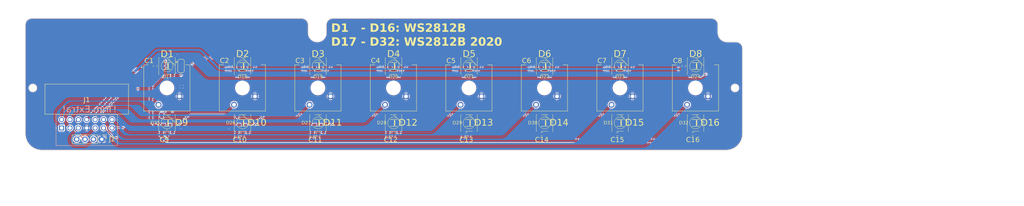
<source format=kicad_pcb>
(kicad_pcb (version 20241229) (generator "pcbnew") (generator_version "9.0")
  (title_block (title "jSmart Keypad for gScartSW v5.2") (date "2025-04-15") (rev "1.0") (company "Jeff Chen"))
  (layers (0 "F.Cu" signal) (2 "B.Cu" signal) (13 "F.Paste" user) (15 "B.Paste" user) (5 "F.SilkS" user "F.Silkscreen") (7 "B.SilkS" user "B.Silkscreen") (1 "F.Mask" user) (3 "B.Mask" user) (25 "Edge.Cuts" user))
  (net 0 "")
  (net 1 "BUTTON_1")
  (net 2 "BUTTON_5")
  (net 3 "SCREEN_SDA")
  (net 4 "BUTTON_8")
  (net 5 "BUTTON_7")
  (net 6 "3V3")
  (net 7 "RGBLED_DATA")
  (net 8 "BUTTON_3")
  (net 9 "SCREEN_SCL")
  (net 10 "BUTTON_4")
  (net 11 "BUTTON_2")
  (net 12 "5V")
  (net 13 "BUTTON_6")
  (net 14 "GND")
  (net 15 "Net-(D1-DOUT)")
  (net 16 "1ST_ROW_DATA_OUT")
  (net 17 "Net-(D10-DIN)")
  (net 18 "Net-(D10-DOUT)")
  (net 19 "Net-(D11-DOUT)")
  (net 20 "Net-(D12-DOUT)")
  (net 21 "Net-(D13-DOUT)")
  (net 22 "Net-(D14-DOUT)")
  (net 23 "Net-(D15-DOUT)")
  (net 24 "unconnected-(D16-DOUT-Pad2)")
  (net 25 "Net-(D18-DO)")
  (net 26 "Net-(D19-DO)")
  (net 27 "Net-(D20-DO)")
  (net 28 "Net-(D21-DO)")
  (net 29 "Net-(D22-DO)")
  (net 30 "Net-(D23-DO)")
  (net 31 "Net-(D25-DI)")
  (footprint "jSmartSW:WS2812B LED" (layer "F.Cu") (at 244.9 97.17 90)
    (property "Reference" "D8")
    (property "Value" "~")
  )
  (footprint "jSmartSW:WS2812B LED" (layer "F.Cu") (at 199.2 114.41 90)
    (property "Reference" "D14")
    (property "Value" "~")
  )
  (footprint "jSmartSW:WS2812B LED" (layer "F.Cu") (at 176.35 114.41 90)
    (property "Reference" "D13")
    (property "Value" "~")
  )
  (footprint "Connector_PinHeader_2.54mm:PinHeader_1x04_P2.54mm_Vertical" (layer "F.Cu") (at 65.2 119.36 -90)
    (property "Reference" "J2")
    (property "Value" "SSD1306 OLED")
  )
  (footprint "Resistor_SMD:R_0603_1608Metric_Pad0.98x0.95mm_HandSolder" (layer "F.Cu") (at 104.2 97.16 90)
    (property "Reference" "C2")
    (property "Value" "100nF")
  )
  (footprint "Resistor_SMD:R_0603_1608Metric_Pad0.98x0.95mm_HandSolder" (layer "F.Cu") (at 81.35 97.17 90)
    (property "Reference" "C1")
    (property "Value" "100nF")
  )
  (footprint "jSmartSW:WS2812B LED" (layer "F.Cu") (at 153.5 114.41 90)
    (property "Reference" "D12")
    (property "Value" "~")
  )
  (footprint "jSmartSW:SW_Cherry_MX_1.00u_Plate" (layer "F.Cu") (at 242.31 108.91 180)
    (property "Reference" "SW8" (hide yes))
    (property "Value" "SW_DIP_x01")
  )
  (footprint "Resistor_SMD:R_0603_1608Metric_Pad0.98x0.95mm_HandSolder" (layer "F.Cu") (at 218.45 97.1675 90)
    (property "Reference" "C7")
    (property "Value" "100nF")
  )
  (footprint "Jumper:SolderJumper-3_P1.3mm_Bridged2Bar12_RoundedPad1.0x1.5mm" (layer "F.Cu") (at 89.18 97.17 -90)
    (property "Reference" "JP1" (hide yes))
    (property "Value" "Mirro Rows")
  )
  (footprint "jSmartSW:WS2812b_2020" (layer "F.Cu") (at 106.885 113.86)
    (property "Reference" "D26")
    (property "Value" "~")
  )
  (footprint "jSmartSW:WS2812b_2020" (layer "F.Cu") (at 221.135 96.62)
    (property "Reference" "D23")
    (property "Value" "~")
  )
  (footprint "Resistor_SMD:R_0603_1608Metric_Pad0.98x0.95mm_HandSolder" (layer "F.Cu") (at 129.8 117.82)
    (property "Reference" "C11")
    (property "Value" "100nF")
  )
  (footprint "jSmartSW:WS2812B LED" (layer "F.Cu") (at 153.5 97.17 90)
    (property "Reference" "D4")
    (property "Value" "~")
  )
  (footprint "jSmartSW:WS2812B LED" (layer "F.Cu") (at 222.05 97.17 90)
    (property "Reference" "D7")
    (property "Value" "~")
  )
  (footprint "jSmartSW:SW_Cherry_MX_1.00u_Plate" (layer "F.Cu") (at 150.91 108.91 180)
    (property "Reference" "SW4" (hide yes))
    (property "Value" "SW_DIP_x01")
  )
  (footprint "Resistor_SMD:R_0603_1608Metric_Pad0.98x0.95mm_HandSolder" (layer "F.Cu") (at 152.65 117.82)
    (property "Reference" "C12")
    (property "Value" "100nF")
  )
  (footprint "jSmartSW:WS2812B LED" (layer "F.Cu") (at 130.65 97.18 90)
    (property "Reference" "D3")
    (property "Value" "~")
  )
  (footprint "jSmartSW:WS2812b_2020" (layer "F.Cu") (at 152.585 113.86)
    (property "Reference" "D28")
    (property "Value" "~")
  )
  (footprint "jSmartSW:WS2812b_2020" (layer "F.Cu") (at 129.735 113.86)
    (property "Reference" "D27")
    (property "Value" "~")
  )
  (footprint "jSmartSW:WS2812b_2020" (layer "F.Cu") (at 152.585 96.620001)
    (property "Reference" "D20")
    (property "Value" "~")
  )
  (footprint "Resistor_SMD:R_0603_1608Metric_Pad0.98x0.95mm_HandSolder" (layer "F.Cu") (at 198.35 117.82)
    (property "Reference" "C14")
    (property "Value" "100nF")
  )
  (footprint "jSmartSW:WS2812B LED" (layer "F.Cu") (at 244.9 114.41 90)
    (property "Reference" "D16")
    (property "Value" "~")
  )
  (footprint "jSmartSW:WS2812B LED" (layer "F.Cu") (at 84.95 114.41 90)
    (property "Reference" "D9")
    (property "Value" "~")
  )
  (footprint "jSmartSW:SW_Cherry_MX_1.00u_Plate" (layer "F.Cu") (at 196.61 108.91 180)
    (property "Reference" "SW6" (hide yes))
    (property "Value" "SW_DIP_x01")
  )
  (footprint "Resistor_SMD:R_0603_1608Metric_Pad0.98x0.95mm_HandSolder" (layer "F.Cu") (at 84.1 117.82)
    (property "Reference" "C9")
    (property "Value" "100nF")
  )
  (footprint "jSmartSW:WS2812b_2020" (layer "F.Cu") (at 198.285 113.86)
    (property "Reference" "D30")
    (property "Value" "~")
  )
  (footprint "jSmartSW:WS2812B LED" (layer "F.Cu") (at 199.2 97.17 90)
    (property "Reference" "D6")
    (property "Value" "~")
  )
  (footprint "jSmartSW:SW_Cherry_MX_1.00u_Plate" (layer "F.Cu") (at 105.21 108.91 180)
    (property "Reference" "SW2" (hide yes))
    (property "Value" "SW_DIP_x01")
  )
  (footprint "jSmartSW:WS2812b_2020" (layer "F.Cu") (at 198.285 96.620001)
    (property "Reference" "D22")
    (property "Value" "~")
  )
  (footprint "jSmartSW:WS2812b_2020" (layer "F.Cu") (at 106.885 96.620001)
    (property "Reference" "D18")
    (property "Value" "~")
  )
  (footprint "jSmartSW:SW_Cherry_MX_1.00u_Plate" (layer "F.Cu") (at 173.76 108.91 180)
    (property "Reference" "SW5" (hide yes))
    (property "Value" "SW_DIP_x01")
  )
  (footprint "Resistor_SMD:R_0603_1608Metric_Pad0.98x0.95mm_HandSolder" (layer "F.Cu") (at 241.3 97.17 90)
    (property "Reference" "C8")
    (property "Value" "100nF")
  )
  (footprint "jSmartSW:WS2812b_2020" (layer "F.Cu") (at 84.035 96.620001)
    (property "Reference" "D17")
    (property "Value" "~")
  )
  (footprint "jSmartSW:WS2812b_2020" (layer "F.Cu") (at 175.435 113.86)
    (property "Reference" "D29")
    (property "Value" "~")
  )
  (footprint "Resistor_SMD:R_0603_1608Metric_Pad0.98x0.95mm_HandSolder" (layer "F.Cu") (at 106.95 117.82)
    (property "Reference" "C10")
    (property "Value" "100nF")
  )
  (footprint "jSmartSW:WS2812b_2020" (layer "F.Cu") (at 243.985 113.860001)
    (property "Reference" "D32")
    (property "Value" "~")
  )
  (footprint "Resistor_SMD:R_0603_1608Metric_Pad0.98x0.95mm_HandSolder" (layer "F.Cu") (at 221.2 117.82)
    (property "Reference" "C15")
    (property "Value" "100nF")
  )
  (footprint "Resistor_SMD:R_0603_1608Metric_Pad0.98x0.95mm_HandSolder" (layer "F.Cu") (at 195.6 97.17 90)
    (property "Reference" "C6")
    (property "Value" "100nF")
  )
  (footprint "jSmartSW:SW_Cherry_MX_1.00u_Plate" (layer "F.Cu") (at 128.06 108.91 180)
    (property "Reference" "SW3" (hide yes))
    (property "Value" "SW_DIP_x01")
  )
  (footprint "jSmartSW:WS2812b_2020" (layer "F.Cu") (at 129.735 96.630001)
    (property "Reference" "D19")
    (property "Value" "~")
  )
  (footprint "jSmartSW:WS2812B LED" (layer "F.Cu") (at 107.8 97.17 90)
    (property "Reference" "D2")
    (property "Value" "~")
  )
  (footprint "Resistor_SMD:R_0603_1608Metric_Pad0.98x0.95mm_HandSolder" (layer "F.Cu") (at 127.05 97.17 90)
    (property "Reference" "C3")
    (property "Value" "100nF")
  )
  (footprint "Resistor_SMD:R_0603_1608Metric_Pad0.98x0.95mm_HandSolder" (layer "F.Cu") (at 149.9 97.17 90)
    (property "Reference" "C4")
    (property "Value" "100nF")
  )
  (footprint "jSmartSW:WS2812B LED" (layer "F.Cu") (at 176.35 97.17 90)
    (property "Reference" "D5")
    (property "Value" "~")
  )
  (footprint "jSmartSW:WS2812B LED" (layer "F.Cu") (at 222.05 114.41 90)
    (property "Reference" "D15")
    (property "Value" "~")
  )
  (footprint "jSmartSW:WS2812b_2020" (layer "F.Cu") (at 175.435 96.620001)
    (property "Reference" "D21")
    (property "Value" "~")
  )
  (footprint "jSmartSW:WS2812b_2020" (layer "F.Cu") (at 84.035 113.86)
    (property "Reference" "D25")
    (property "Value" "~")
  )
  (footprint "jSmartSW:SULLINS_SBH11-PBPC-D07-RA-BK" (layer "F.Cu") (at 60.64 114.67)
    (property "Reference" "J1")
    (property "Value" "SBH11-PBPC-D07-RA-BK")
  )
  (footprint "Resistor_SMD:R_0603_1608Metric_Pad0.98x0.95mm_HandSolder" (layer "F.Cu") (at 175.5 117.82)
    (property "Reference" "C13")
    (property "Value" "100nF")
  )
  (footprint "jSmartSW:WS2812B LED" (layer "F.Cu") (at 107.8 114.41 90)
    (property "Reference" "D10")
    (property "Value" "~")
  )
  (footprint "jSmartSW:WS2812B LED" (layer "F.Cu") (at 84.95 97.17 90)
    (property "Reference" "D1")
    (property "Value" "~")
  )
  (footprint "jSmartSW:SW_Cherry_MX_1.00u_Plate" (layer "F.Cu") (at 219.46 108.91 180)
    (property "Reference" "SW7" (hide yes))
    (property "Value" "SW_DIP_x01")
  )
  (footprint "jSmartSW:SW_Cherry_MX_1.00u_Plate" (layer "F.Cu") (at 82.36 108.91 180)
    (property "Reference" "SW1" (hide yes))
    (property "Value" "SW_DIP_x01")
  )
  (footprint "jSmartSW:WS2812b_2020" (layer "F.Cu") (at 243.985 96.620001)
    (property "Reference" "D24")
    (property "Value" "~")
  )
  (footprint "Resistor_SMD:R_0603_1608Metric_Pad0.98x0.95mm_HandSolder" (layer "F.Cu") (at 172.75 97.17 90)
    (property "Reference" "C5")
    (property "Value" "100nF")
  )
  (footprint "jSmartSW:WS2812b_2020" (layer "F.Cu") (at 221.135 113.860001)
    (property "Reference" "D31")
    (property "Value" "~")
  )
  (footprint "Resistor_SMD:R_0603_1608Metric_Pad0.98x0.95mm_HandSolder" (layer "F.Cu") (at 244.05 117.82)
    (property "Reference" "C16")
    (property "Value" "100nF")
  )
  (footprint "jSmartSW:WS2812B LED" (layer "F.Cu") (at 130.65 114.41 90)
    (property "Reference" "D11")
    (property "Value" "~")
  )
  (gr_rect (start 51.35 111.86) (end 69.96 121.26) (stroke (width 0.15)) (fill no) (layer "B.SilkS"))
  (gr_arc (start 125.7093 82.71) (mid 127.121932 83.294206) (end 127.709295 84.705528) (stroke (width 0.1)) (layer "Edge.Cuts"))
  (gr_line (start 259.150659 117.71) (end 259.150659 91.843809) (stroke (width 0.1)) (layer "Edge.Cuts"))
  (gr_arc (start 42 84.71) (mid 42.585786 83.295786) (end 44 82.71) (stroke (width 0.1)) (layer "Edge.Cuts"))
  (gr_curve (pts (xy 128.031268 88.42371) (xy 127.815369 88.022924) (xy 127.708617 87.566795) (xy 127.709295 87.110611)) (stroke (width 0.1)) (layer "Edge.Cuts"))
  (gr_arc (start 257.1507 89.849134) (mid 258.563018 90.433041) (end 259.150659 91.843809) (stroke (width 0.1)) (layer "Edge.Cuts"))
  (gr_line (start 251.709295 87.110611) (end 251.709295 84.705528) (stroke (width 0.1)) (layer "Edge.Cuts"))
  (gr_line (start 249.7093 82.71) (end 135.086076 82.71) (stroke (width 0.1)) (layer "Edge.Cuts"))
  (gr_curve (pts (xy 254.400659 89.849134) (xy 254.382854 89.849163) (xy 254.365043 89.848999) (xy 254.347229 89.848642)) (stroke (width 0.1)) (layer "Edge.Cuts"))
  (gr_line (start 257.1507 89.849134) (end 254.400659 89.849134) (stroke (width 0.1)) (layer "Edge.Cuts"))
  (gr_arc (start 249.7093 82.71) (mid 251.121932 83.294206) (end 251.709295 84.705528) (stroke (width 0.1)) (layer "Edge.Cuts"))
  (gr_curve (pts (xy 252.031268 88.42371) (xy 251.815369 88.022924) (xy 251.708617 87.566795) (xy 251.709295 87.110611)) (stroke (width 0.1)) (layer "Edge.Cuts"))
  (gr_circle (center 44.331592 103.83132) (end 45.456592 103.83132) (stroke (width 0.1)) (fill no) (layer "Edge.Cuts"))
  (gr_line (start 125.7093 82.71) (end 44 82.71) (stroke (width 0.1)) (layer "Edge.Cuts"))
  (gr_arc (start 259.150659 117.71) (mid 257.694651 121.237021) (end 254.174683 122.71) (stroke (width 0.1)) (layer "Edge.Cuts"))
  (gr_arc (start 133.09239 84.71) (mid 133.675945 83.298017) (end 135.086076 82.71) (stroke (width 0.1)) (layer "Edge.Cuts"))
  (gr_line (start 42 84.71) (end 42 117.71) (stroke (width 0.1)) (layer "Edge.Cuts"))
  (gr_curve (pts (xy 132.729592 88.496173) (xy 132.247375 89.330039) (xy 131.301771 89.867804) (xy 130.347229 89.848642)) (stroke (width 0.1)) (layer "Edge.Cuts"))
  (gr_line (start 127.709295 87.110611) (end 127.709295 84.705528) (stroke (width 0.1)) (layer "Edge.Cuts"))
  (gr_curve (pts (xy 133.09239 87.110611) (xy 133.092272 87.594468) (xy 132.971224 88.078335) (xy 132.729592 88.496173)) (stroke (width 0.1)) (layer "Edge.Cuts"))
  (gr_curve (pts (xy 254.347229 89.848642) (xy 253.400891 89.829644) (xy 252.484311 89.264722) (xy 252.031268 88.42371)) (stroke (width 0.1)) (layer "Edge.Cuts"))
  (gr_line (start 47 122.71) (end 254.174683 122.71) (stroke (width 0.1)) (layer "Edge.Cuts"))
  (gr_curve (pts (xy 130.347229 89.848642) (xy 129.400891 89.829644) (xy 128.484311 89.264722) (xy 128.031268 88.42371)) (stroke (width 0.1)) (layer "Edge.Cuts"))
  (gr_circle (center 256.819066 103.83132) (end 257.944066 103.83132) (stroke (width 0.1)) (fill no) (layer "Edge.Cuts"))
  (gr_arc (start 47 122.71) (mid 43.464466 121.245534) (end 42 117.71) (stroke (width 0.1)) (layer "Edge.Cuts"))
  (gr_line (start 133.09239 84.71) (end 133.09239 87.110611) (stroke (width 0.1)) (layer "Edge.Cuts"))
  (gr_text "D1   - D16: WS2812B\nD17 - D32: WS2812B 2020" (at 134.58 84.34 0) (layer "F.SilkS") (effects (font (size 2.5 2.5) (thickness 0.3) (bold yes)) (justify left top)))
  (gr_text "!Trim Extra!" (at 61.47 111.56 0) (layer "B.SilkS") (effects (font (size 2 2) (thickness 0.152)) (justify bottom mirror)))
  (segment (start 81.175787 107.725787) (end 82.36 108.91) (width 0.2) (layer "B.Cu") (net 1))
  (segment (start 51.05 113.051573) (end 51.05 111.618427) (width 0.2) (layer "B.Cu") (net 1))
  (segment (start 53.01 115.84) (end 51.635786 114.465786) (width 0.2) (layer "B.Cu") (net 1))
  (segment (start 51.635787 110.204213) (end 54.114214 107.725786) (width 0.2) (layer "B.Cu") (net 1))
  (segment (start 55.528427 107.14) (end 79.761573 107.14) (width 0.2) (layer "B.Cu") (net 1))
  (arc (start 51.635786 114.465786) (mid 51.202241 113.81694) (end 51.05 113.051573) (width 0.2) (layer "B.Cu") (net 1))
  (arc (start 79.761573 107.14) (mid 80.52694 107.292241) (end 81.175787 107.725787) (width 0.2) (layer "B.Cu") (net 1))
  (arc (start 55.528427 107.14) (mid 54.76306 107.292241) (end 54.114214 107.725786) (width 0.2) (layer "B.Cu") (net 1))
  (arc (start 51.635787 110.204213) (mid 51.202241 110.85306) (end 51.05 111.618427) (width 0.2) (layer "B.Cu") (net 1))
  (segment (start 68.25 115.84) (end 71.68 115.84) (width 0.2) (layer "F.Cu") (net 2))
  (segment (start 71.68 115.84) (end 71.69 115.85) (width 0.2) (layer "F.Cu") (net 2))
  (via (at 71.69 115.85) (size 0.4) (drill 0.2) (layers "F.Cu" "B.Cu") (net 2))
  (segment (start 165.925787 116.744213) (end 173.76 108.91) (width 0.2) (layer "B.Cu") (net 2))
  (segment (start 71.69 115.85) (end 72.584214 116.744214) (width 0.2) (layer "B.Cu") (net 2))
  (segment (start 73.998427 117.33) (end 164.511573 117.33) (width 0.2) (layer "B.Cu") (net 2))
  (arc (start 165.925787 116.744213) (mid 165.27694 117.177759) (end 164.511573 117.33) (width 0.2) (layer "B.Cu") (net 2))
  (arc (start 73.998427 117.33) (mid 73.23306 117.177759) (end 72.584214 116.744214) (width 0.2) (layer "B.Cu") (net 2))
  (segment (start 58.404213 118.535787) (end 57.58 119.36) (width 0.2) (layer "B.Cu") (net 3))
  (segment (start 60.231573 117.95) (end 59.818427 117.95) (width 0.2) (layer "B.Cu") (net 3))
  (segment (start 63.17 115.84) (end 61.645786 117.364214) (width 0.2) (layer "B.Cu") (net 3))
  (arc (start 59.818427 117.95) (mid 59.05306 118.102241) (end 58.404213 118.535787) (width 0.2) (layer "B.Cu") (net 3))
  (arc (start 61.645786 117.364214) (mid 60.99694 117.797759) (end 60.231573 117.95) (width 0.2) (layer "B.Cu") (net 3))
  (segment (start 68.28 119.008427) (end 68.28 119.191573) (width 0.2) (layer "B.Cu") (net 4))
  (segment (start 68.865787 120.605787) (end 69.114214 120.854214) (width 0.2) (layer "B.Cu") (net 4))
  (segment (start 230.365787 120.854213) (end 242.31 108.91) (width 0.2) (layer "B.Cu") (net 4))
  (segment (start 65.71 113.3) (end 66.404214 113.994214) (width 0.2) (layer "B.Cu") (net 4))
  (segment (start 66.99 115.408427) (end 66.99 116.061573) (width 0.2) (layer "B.Cu") (net 4))
  (segment (start 67.575787 117.475787) (end 67.694214 117.594214) (width 0.2) (layer "B.Cu") (net 4))
  (segment (start 70.528427 121.44) (end 228.951573 121.44) (width 0.2) (layer "B.Cu") (net 4))
  (arc (start 67.575787 117.475787) (mid 67.142241 116.82694) (end 66.99 116.061573) (width 0.2) (layer "B.Cu") (net 4))
  (arc (start 68.865787 120.605787) (mid 68.432241 119.95694) (end 68.28 119.191573) (width 0.2) (layer "B.Cu") (net 4))
  (arc (start 66.99 115.408427) (mid 66.837759 114.64306) (end 66.404214 113.994214) (width 0.2) (layer "B.Cu") (net 4))
  (arc (start 67.694214 117.594214) (mid 68.127759 118.24306) (end 68.28 119.008427) (width 0.2) (layer "B.Cu") (net 4))
  (arc (start 228.951573 121.44) (mid 229.71694 121.287759) (end 230.365787 120.854213) (width 0.2) (layer "B.Cu") (net 4))
  (arc (start 69.114214 120.854214) (mid 69.76306 121.287759) (end 70.528427 121.44) (width 0.2) (layer "B.Cu") (net 4))
  (segment (start 65.73 115.84) (end 65.71 115.84) (width 0.2) (layer "F.Cu") (net 5))
  (segment (start 69.67 118.88) (end 69.598427 118.88) (width 0.2) (layer "F.Cu") (net 5))
  (segment (start 68.184213 118.294213) (end 65.73 115.84) (width 0.2) (layer "F.Cu") (net 5))
  (via (at 69.67 118.88) (size 0.4) (drill 0.2) (layers "F.Cu" "B.Cu") (net 5))
  (arc (start 68.184213 118.294213) (mid 68.83306 118.727759) (end 69.598427 118.88) (width 0.2) (layer "F.Cu") (net 5))
  (segment (start 71.648427 120.03) (end 207.511573 120.03) (width 0.2) (layer "B.Cu") (net 5))
  (segment (start 208.925787 119.444213) (end 219.46 108.91) (width 0.2) (layer "B.Cu") (net 5))
  (segment (start 69.67 118.88) (end 70.234214 119.444214) (width 0.2) (layer "B.Cu") (net 5))
  (arc (start 70.234214 119.444214) (mid 70.88306 119.877759) (end 71.648427 120.03) (width 0.2) (layer "B.Cu") (net 5))
  (arc (start 208.925787 119.444213) (mid 208.27694 119.877759) (end 207.511573 120.03) (width 0.2) (layer "B.Cu") (net 5))
  (segment (start 58.09 115.84) (end 58.54 115.84) (width 0.2) (layer "F.Cu") (net 6))
  (segment (start 62.06 119.36) (end 62.66 119.36) (width 0.2) (layer "F.Cu") (net 6))
  (segment (start 61.035787 120.984213) (end 62.66 119.36) (width 0.2) (layer "B.Cu") (net 6))
  (segment (start 58.09 115.84) (end 55.895786 118.034214) (width 0.2) (layer "B.Cu") (net 6))
  (segment (start 55.895787 120.875787) (end 56.004214 120.984214) (width 0.2) (layer "B.Cu") (net 6))
  (segment (start 55.31 119.448427) (end 55.31 119.461573) (width 0.2) (layer "B.Cu") (net 6))
  (segment (start 57.418427 121.57) (end 59.621573 121.57) (width 0.2) (layer "B.Cu") (net 6))
  (arc (start 57.418427 121.57) (mid 56.65306 121.417759) (end 56.004214 120.984214) (width 0.2) (layer "B.Cu") (net 6))
  (arc (start 55.895786 118.034214) (mid 55.462241 118.68306) (end 55.31 119.448427) (width 0.2) (layer "B.Cu") (net 6))
  (arc (start 61.035787 120.984213) (mid 60.38694 121.417759) (end 59.621573 121.57) (width 0.2) (layer "B.Cu") (net 6))
  (arc (start 55.31 119.461573) (mid 55.462241 120.22694) (end 55.895787 120.875787) (width 0.2) (layer "B.Cu") (net 6))
  (segment (start 84.41 95.64) (end 83.54 94.77) (width 0.2) (layer "F.Cu") (net 7))
  (segment (start 84.035 96.429214) (end 84.035 96.620001) (width 0.2) (layer "F.Cu") (net 7))
  (segment (start 83.54 94.77) (end 83.28 94.77) (width 0.2) (layer "F.Cu") (net 7))
  (segment (start 89.18 98.47) (end 89.18 100.02) (width 0.2) (layer "F.Cu") (net 7))
  (segment (start 84.41 95.64) (end 84.327893 95.722107) (width 0.2) (layer "F.Cu") (net 7))
  (segment (start 73.318427 104.09) (end 76.11 104.09) (width 0.2) (layer "F.Cu") (net 7))
  (segment (start 63.18 113.4) (end 71.904214 104.675786) (width 0.2) (layer "F.Cu") (net 7))
  (via (at 84.41 95.64) (size 0.4) (drill 0.2) (layers "F.Cu" "B.Cu") (net 7))
  (via (at 76.11 104.09) (size 0.4) (drill 0.2) (layers "F.Cu" "B.Cu") (net 7))
  (via (at 89.18 100.02) (size 0.4) (drill 0.2) (layers "F.Cu" "B.Cu") (net 7))
  (arc (start 84.035 96.429214) (mid 84.11112 96.046531) (end 84.327893 95.722107) (width 0.2) (layer "F.Cu") (net 7))
  (arc (start 73.318427 104.09) (mid 72.55306 104.242241) (end 71.904214 104.675786) (width 0.2) (layer "F.Cu") (net 7))
  (segment (start 83.964213 100.475787) (end 80.935786 103.504214) (width 0.2) (layer "B.Cu") (net 7))
  (segment (start 83.98066 100.45934) (end 83.964213 100.475787) (width 0.2) (layer "B.Cu") (net 7))
  (segment (start 84.107107 100.332893) (end 83.964213 100.475787) (width 0.2) (layer "B.Cu") (net 7))
  (segment (start 84.4 95.65) (end 84.4 99.625786) (width 0.2) (layer "B.Cu") (net 7))
  (segment (start 79.521573 104.09) (end 76.11 104.09) (width 0.2) (layer "B.Cu") (net 7))
  (segment (start 89.18 100.02) (end 85.04132 100.02) (width 0.2) (layer "B.Cu") (net 7))
  (segment (start 84.41 95.64) (end 84.4 95.65) (width 0.2) (layer "B.Cu") (net 7))
  (arc (start 85.04132 100.02) (mid 84.467295 100.134181) (end 83.98066 100.45934) (width 0.2) (layer "B.Cu") (net 7))
  (arc (start 79.521573 104.09) (mid 80.28694 103.937759) (end 80.935786 103.504214) (width 0.2) (layer "B.Cu") (net 7))
  (arc (start 84.107107 100.332893) (mid 84.32388 100.00847) (end 84.4 99.625786) (width 0.2) (layer "B.Cu") (net 7))
  (segment (start 124.705787 112.264213) (end 128.06 108.91) (width 0.2) (layer "B.Cu") (net 8))
  (segment (start 57.098427 109.72) (end 72.701573 109.72) (width 0.2) (layer "B.Cu") (net 8))
  (segment (start 55.55 115.84) (end 54.865786 115.155786) (width 0.2) (layer "B.Cu") (net 8))
  (segment (start 77.488427 112.85) (end 123.291573 112.85) (width 0.2) (layer "B.Cu") (net 8))
  (segment (start 54.865787 111.124213) (end 55.684214 110.305786) (width 0.2) (layer "B.Cu") (net 8))
  (segment (start 54.28 113.741573) (end 54.28 112.538427) (width 0.2) (layer "B.Cu") (net 8))
  (segment (start 74.115787 110.305787) (end 76.074214 112.264214) (width 0.2) (layer "B.Cu") (net 8))
  (arc (start 77.488427 112.85) (mid 76.72306 112.697759) (end 76.074214 112.264214) (width 0.2) (layer "B.Cu") (net 8))
  (arc (start 54.28 112.538427) (mid 54.432241 111.77306) (end 54.865787 111.124213) (width 0.2) (layer "B.Cu") (net 8))
  (arc (start 123.291573 112.85) (mid 124.05694 112.697759) (end 124.705787 112.264213) (width 0.2) (layer "B.Cu") (net 8))
  (arc (start 74.115787 110.305787) (mid 73.46694 109.872241) (end 72.701573 109.72) (width 0.2) (layer "B.Cu") (net 8))
  (arc (start 57.098427 109.72) (mid 56.33306 109.872241) (end 55.684214 110.305786) (width 0.2) (layer "B.Cu") (net 8))
  (arc (start 54.28 113.741573) (mid 54.432241 114.50694) (end 54.865786 115.155786) (width 0.2) (layer "B.Cu") (net 8))
  (segment (start 56.82 115.398427) (end 56.82 115.541573) (width 0.2) (layer "F.Cu") (net 9))
  (segment (start 59.81 119.36) (end 60.12 119.36) (width 0.2) (layer "F.Cu") (net 9))
  (segment (start 58.09 113.3) (end 57.405786 113.984214) (width 0.2) (layer "F.Cu") (net 9))
  (segment (start 57.405787 116.955787) (end 59.81 119.36) (width 0.2) (layer "F.Cu") (net 9))
  (arc (start 57.405786 113.984214) (mid 56.972241 114.63306) (end 56.82 115.398427) (width 0.2) (layer "F.Cu") (net 9))
  (arc (start 57.405787 116.955787) (mid 56.972241 116.30694) (end 56.82 115.541573) (width 0.2) (layer "F.Cu") (net 9))
  (segment (start 70.545787 111.605787) (end 73.144214 114.204214) (width 0.2) (layer "B.Cu") (net 10))
  (segment (start 58.658427 111.02) (end 69.131573 111.02) (width 0.2) (layer "B.Cu") (net 10))
  (segment (start 145.615787 114.204213) (end 150.91 108.91) (width 0.2) (layer "B.Cu") (net 10))
  (segment (start 55.55 113.3) (end 57.244214 111.605786) (width 0.2) (layer "B.Cu") (net 10))
  (segment (start 74.558427 114.79) (end 144.201573 114.79) (width 0.2) (layer "B.Cu") (net 10))
  (arc (start 144.201573 114.79) (mid 144.96694 114.637759) (end 145.615787 114.204213) (width 0.2) (layer "B.Cu") (net 10))
  (arc (start 57.244214 111.605786) (mid 57.89306 111.172241) (end 58.658427 111.02) (width 0.2) (layer "B.Cu") (net 10))
  (arc (start 70.545787 111.605787) (mid 69.89694 111.172241) (end 69.131573 111.02) (width 0.2) (layer "B.Cu") (net 10))
  (arc (start 74.558427 114.79) (mid 73.79306 114.637759) (end 73.144214 114.204214) (width 0.2) (layer "B.Cu") (net 10))
  (segment (start 77.315787 109.015787) (end 79.074214 110.774214) (width 0.2) (layer "B.Cu") (net 11))
  (segment (start 80.488427 111.36) (end 101.931573 111.36) (width 0.2) (layer "B.Cu") (net 11))
  (segment (start 53.595787 110.414213) (end 54.994214 109.015786) (width 0.2) (layer "B.Cu") (net 11))
  (segment (start 53.01 113.3) (end 53.01 111.828427) (width 0.2) (layer "B.Cu") (net 11))
  (segment (start 56.408427 108.43) (end 75.901573 108.43) (width 0.2) (layer "B.Cu") (net 11))
  (segment (start 103.345787 110.774213) (end 105.21 108.91) (width 0.2) (layer "B.Cu") (net 11))
  (arc (start 101.931573 111.36) (mid 102.69694 111.207759) (end 103.345787 110.774213) (width 0.2) (layer "B.Cu") (net 11))
  (arc (start 77.315787 109.015787) (mid 76.66694 108.582241) (end 75.901573 108.43) (width 0.2) (layer "B.Cu") (net 11))
  (arc (start 79.074214 110.774214) (mid 79.72306 111.207759) (end 80.488427 111.36) (width 0.2) (layer "B.Cu") (net 11))
  (arc (start 53.595787 110.414213) (mid 53.162241 111.06306) (end 53.01 111.828427) (width 0.2) (layer "B.Cu") (net 11))
  (arc (start 54.994214 109.015786) (mid 55.64306 108.582241) (end 56.408427 108.43) (width 0.2) (layer "B.Cu") (net 11))
  (segment (start 175.11934 97.73066) (end 175.13 97.72) (width 0.8) (layer "F.Cu") (net 12))
  (segment (start 243.66934 114.97066) (end 243.68 114.96) (width 0.8) (layer "F.Cu") (net 12))
  (segment (start 194.47 98.08) (end 195.5975 98.08) (width 0.8) (layer "F.Cu") (net 12))
  (segment (start 128.825 119.825) (end 128.82 119.83) (width 0.8) (layer "F.Cu") (net 12))
  (segment (start 197.970001 114.959999) (end 198.285 114.959999) (width 0.8) (layer "F.Cu") (net 12))
  (segment (start 197.375 119.825) (end 197.37 119.83) (width 0.8) (layer "F.Cu") (net 12))
  (segment (start 105.975 117.82) (end 105.975 119.825) (width 0.8) (layer "F.Cu") (net 12))
  (segment (start 128.98 116.91) (end 128.98 116.02132) (width 0.8) (layer "F.Cu") (net 12))
  (segment (start 106.590001 114.959999) (end 106.885 114.959999) (width 0.8) (layer "F.Cu") (net 12))
  (segment (start 83.572893 115.087107) (end 83.7 114.96) (width 0.8) (layer "F.Cu") (net 12))
  (segment (start 173.0925 98.0825) (end 174.68 99.67) (width 0.8) (layer "F.Cu") (net 12))
  (segment (start 175.13 97.72) (end 175.435 97.72) (width 0.8) (layer "F.Cu") (net 12))
  (segment (start 197.98 97.72) (end 198.285 97.72) (width 0.8) (layer "F.Cu") (net 12))
  (segment (start 197.375 117.82) (end 197.375 119.825) (width 0.8) (layer "F.Cu") (net 12))
  (segment (start 83.71934 97.73066) (end 83.73 97.72) (width 0.8) (layer "F.Cu") (net 12))
  (segment (start 127.05 98.0825) (end 127.3825 98.0825) (width 0.8) (layer "F.Cu") (net 12))
  (segment (start 150.2425 98.0825) (end 151.83 99.67) (width 0.8) (layer "F.Cu") (net 12))
  (segment (start 83.125 117.82) (end 83.125 118.175) (width 0.8) (layer "F.Cu") (net 12))
  (segment (start 220.225 119.825) (end 220.22 119.83) (width 0.8) (layer "F.Cu") (net 12))
  (segment (start 220.81934 114.97066) (end 220.83 114.96) (width 0.8) (layer "F.Cu") (net 12))
  (segment (start 75.155 98.885) (end 60.64 113.4) (width 0.8) (layer "F.Cu") (net 12))
  (segment (start 104.1925 98.08) (end 104.2 98.0725) (width 0.8) (layer "F.Cu") (net 12))
  (segment (start 241.3 98.0825) (end 241.6425 98.0825) (width 0.8) (layer "F.Cu") (net 12))
  (segment (start 172.75 98.0825) (end 173.0925 98.0825) (width 0.8) (layer "F.Cu") (net 12))
  (segment (start 128.98 99.68) (end 128.98 99.214999) (width 0.8) (layer "F.Cu") (net 12))
  (segment (start 220.38 116.91) (end 220.38 116.03132) (width 0.8) (layer "F.Cu") (net 12))
  (segment (start 125.9325 98.0825) (end 125.93 98.08) (width 0.8) (layer "F.Cu") (net 12))
  (segment (start 105.975 119.825) (end 105.97 119.83) (width 0.8) (layer "F.Cu") (net 12))
  (segment (start 220.81934 97.73066) (end 220.830001 97.719999) (width 0.8) (layer "F.Cu") (net 12))
  (segment (start 105.97 119.83) (end 128.82 119.83) (width 0.8) (layer "F.Cu") (net 12))
  (segment (start 218.79 98.08) (end 220.38 99.67) (width 0.8) (layer "F.Cu") (net 12))
  (segment (start 80.08 103.698427) (end 80.08 112.881573) (width 0.8) (layer "F.Cu") (net 12))
  (segment (start 106.13 116.91) (end 106.13 116.04132) (width 0.8) (layer "F.Cu") (net 12))
  (segment (start 83.28 99.67) (end 80.665786 102.284214) (width 0.8) (layer "F.Cu") (net 12))
  (segment (start 152.290001 114.959999) (end 152.585 114.959999) (width 0.8) (layer "F.Cu") (net 12))
  (segment (start 106.56934 97.73066) (end 106.58 97.72) (width 0.8) (layer "F.Cu") (net 12))
  (segment (start 195.5975 98.08) (end 195.6 98.0825) (width 0.8) (layer "F.Cu") (net 12))
  (segment (start 152.26934 114.98066) (end 152.290001 114.959999) (width 0.8) (layer "F.Cu") (net 12))
  (segment (start 76.785927 98.0825) (end 81.35 98.0825) (width 0.8) (layer "F.Cu") (net 12))
  (segment (start 197.53 99.67) (end 197.53 98.79132) (width 0.8) (layer "F.Cu") (net 12))
  (segment (start 83.125 118.175) (end 84.194214 119.244214) (width 0.8) (layer "F.Cu") (net 12))
  (segment (start 75.155 98.885) (end 75.371714 98.668286) (width 0.8) (layer "F.Cu") (net 12))
  (segment (start 129.41934 114.96066) (end 129.420001 114.959999) (width 0.8) (layer "F.Cu") (net 12))
  (segment (start 129.735 97.73) (end 129.43 97.73) (width 0.8) (layer "F.Cu") (net 12))
  (segment (start 243.23 99.67) (end 243.23 98.80132) (width 0.8) (layer "F.Cu") (net 12))
  (segment (start 151.83 116.91) (end 151.83 116.04132) (width 0.8) (layer "F.Cu") (net 12))
  (segment (start 81.35 98.0825) (end 81.6925 98.0825) (width 0.8) (layer "F.Cu") (net 12))
  (segment (start 80.665787 114.295787) (end 83.28 116.91) (width 0.8) (layer "F.Cu") (net 12))
  (segment (start 218.45 98.08) (end 218.79 98.08) (width 0.8) (layer "F.Cu") (net 12))
  (segment (start 127.3825 98.0825) (end 128.98 99.68) (width 0.8) (layer "F.Cu") (net 12))
  (segment (start 220.830001 97.719999) (end 221.135 97.719999) (width 0.8) (layer "F.Cu") (net 12))
  (segment (start 83.73 97.72) (end 84.035 97.72) (width 0.8) (layer "F.Cu") (net 12))
  (segment (start 175.130001 114.959999) (end 175.435 114.959999) (width 0.8) (layer "F.Cu") (net 12))
  (segment (start 151.675 119.825) (end 151.67 119.83) (width 0.8) (layer "F.Cu") (net 12))
  (segment (start 148.7725 98.0825) (end 148.77 98.08) (width 0.8) (layer "F.Cu") (net 12))
  (segment (start 174.68 116.91) (end 174.68 116.03132) (width 0.8) (layer "F.Cu") (net 12))
  (segment (start 128.98 98.80132) (end 128.98 99.68) (width 0.8) (layer "F.Cu") (net 12))
  (segment (start 149.9 98.0825) (end 150.2425 98.0825) (width 0.8) (layer "F.Cu") (net 12))
  (segment (start 174.525 117.82) (end 174.525 119.825) (width 0.8) (layer "F.Cu") (net 12))
  (segment (start 243.66934 97.74066) (end 243.69 97.72) (width 0.8) (layer "F.Cu") (net 12))
  (segment (start 174.68 99.67) (end 174.68 98.79132) (width 0.8) (layer "F.Cu") (net 12))
  (segment (start 175.11934 114.97066) (end 175.130001 114.959999) (width 0.8) (layer "F.Cu") (net 12))
  (segment (start 195.6 98.0825) (end 195.9425 98.0825) (width 0.8) (layer "F.Cu") (net 12))
  (segment (start 172.7475 98.08) (end 172.75 98.0825) (width 0.8) (layer "F.Cu") (net 12))
  (segment (start 102.82 98.08) (end 104.1925 98.08) (width 0.8) (layer "F.Cu") (net 12))
  (segment (start 151.675 117.82) (end 151.675 119.825) (width 0.8) (layer "F.Cu") (net 12))
  (segment (start 83.7 114.96) (end 84.035 114.96) (width 0.8) (layer "F.Cu") (net 12))
  (segment (start 243.23 116.91) (end 243.23 116.03132) (width 0.8) (layer "F.Cu") (net 12))
  (segment (start 129.420001 114.959999) (end 129.735 114.959999) (width 0.8) (layer "F.Cu") (net 12))
  (segment (start 197.53 116.91) (end 197.53 116.02132) (width 0.8) (layer "F.Cu") (net 12))
  (segment (start 217.32 98.08) (end 218.45 98.08) (width 0.8) (layer "F.Cu") (net 12))
  (segment (start 220.225 117.82) (end 220.225 119.825) (width 0.8) (layer "F.Cu") (net 12))
  (segment (start 197.96934 114.96066) (end 197.970001 114.959999) (width 0.8) (layer "F.Cu") (net 12))
  (segment (start 220.83 114.96) (end 221.135 114.96) (width 0.8) (layer "F.Cu") (net 12))
  (segment (start 241.3 98.0825) (end 239.7025 98.0825) (width 0.8) (layer "F.Cu") (net 12))
  (segment (start 129.43 97.73) (end 129.41934 97.74066) (width 0.8) (layer "F.Cu") (net 12))
  (segment (start 83.28 116.91) (end 83.28 115.794214) (width 0.8) (layer "F.Cu") (net 12))
  (segment (start 220.38 99.67) (end 220.38 98.79132) (width 0.8) (layer "F.Cu") (net 12))
  (segment (start 243.68 114.96) (end 243.985 114.96) (width 0.8) (layer "F.Cu") (net 12))
  (segment (start 127.05 98.0825) (end 125.9325 98.0825) (width 0.8) (layer "F.Cu") (net 12))
  (segment (start 152.28 97.72) (end 152.585 97.72) (width 0.8) (layer "F.Cu") (net 12))
  (segment (start 241.6425 98.0825) (end 243.23 99.67) (width 0.8) (layer "F.Cu") (net 12))
  (segment (start 171.62 98.08) (end 172.7475 98.08) (width 0.8) (layer "F.Cu") (net 12))
  (segment (start 106.58 97.72) (end 106.885 97.72) (width 0.8) (layer "F.Cu") (net 12))
  (segment (start 128.825 117.82) (end 128.825 119.825) (width 0.8) (layer "F.Cu") (net 12))
  (segment (start 106.56934 114.98066) (end 106.590001 114.959999) (width 0.8) (layer "F.Cu") (net 12))
  (segment (start 104.5325 98.0725) (end 106.13 99.67) (width 0.8) (layer "F.Cu") (net 12))
  (segment (start 197.96934 97.73066) (end 197.98 97.72) (width 0.8) (layer "F.Cu") (net 12))
  (segment (start 243.69 97.72) (end 243.985 97.72) (width 0.8) (layer "F.Cu") (net 12))
  (segment (start 151.83 99.67) (end 151.83 98.79132) (width 0.8) (layer "F.Cu") (net 12))
  (segment (start 239.7025 98.0825) (end 239.7 98.08) (width 0.8) (layer "F.Cu") (net 12))
  (segment (start 152.26934 97.73066) (end 152.28 97.72) (width 0.8) (layer "F.Cu") (net 12))
  (segment (start 197.37 119.83) (end 220.22 119.83) (width 0.8) (layer "F.Cu") (net 12))
  (segment (start 174.52 119.83) (end 197.37 119.83) (width 0.8) (layer "F.Cu") (net 12))
  (segment (start 151.67 119.83) (end 174.52 119.83) (width 0.8) (layer "F.Cu") (net 12))
  (segment (start 128.82 119.83) (end 151.67 119.83) (width 0.8) (layer "F.Cu") (net 12))
  (segment (start 195.9425 98.0825) (end 197.53 99.67) (width 0.8) (layer "F.Cu") (net 12))
  (segment (start 174.525 119.825) (end 174.52 119.83) (width 0.8) (layer "F.Cu") (net 12))
  (segment (start 104.2 98.0725) (end 104.5325 98.0725) (width 0.8) (layer "F.Cu") (net 12))
  (segment (start 85.608427 119.83) (end 105.97 119.83) (width 0.8) (layer "F.Cu") (net 12))
  (segment (start 83.28 99.67) (end 83.28 98.79132) (width 0.8) (layer "F.Cu") (net 12))
  (segment (start 241.650787 119.244213) (end 243.075 117.82) (width 0.8) (layer "F.Cu") (net 12))
  (segment (start 220.22 119.83) (end 240.236573 119.83) (width 0.8) (layer "F.Cu") (net 12))
  (segment (start 106.13 99.67) (end 106.13 98.79132) (width 0.8) (layer "F.Cu") (net 12))
  (segment (start 81.6925 98.0825) (end 83.28 99.67) (width 0.8) (layer "F.Cu") (net 12))
  (segment (start 149.9 98.0825) (end 148.7725 98.0825) (width 0.8) (layer "F.Cu") (net 12))
  (via (at 148.77 98.08) (size 0.4) (drill 0.2) (layers "F.Cu" "B.Cu") (net 12))
  (via (at 75.155 98.885) (size 0.4) (drill 0.2) (layers "F.Cu" "B.Cu") (net 12))
  (via (at 217.32 98.08) (size 0.4) (drill 0.2) (layers "F.Cu" "B.Cu") (net 12))
  (via (at 239.7 98.08) (size 0.4) (drill 0.2) (layers "F.Cu" "B.Cu") (net 12))
  (via (at 102.82 98.08) (size 0.4) (drill 0.2) (layers "F.Cu" "B.Cu") (net 12))
  (via (at 194.47 98.08) (size 0.4) (drill 0.2) (layers "F.Cu" "B.Cu") (net 12))
  (via (at 125.93 98.08) (size 0.4) (drill 0.2) (layers "F.Cu" "B.Cu") (net 12))
  (via (at 171.62 98.08) (size 0.4) (drill 0.2) (layers "F.Cu" "B.Cu") (net 12))
  (arc (start 241.650787 119.244213) (mid 241.00194 119.677759) (end 240.236573 119.83) (width 0.8) (layer "F.Cu") (net 12))
  (arc (start 197.96934 97.73066) (mid 197.644181 98.217295) (end 197.53 98.79132) (width 0.8) (layer "F.Cu") (net 12))
  (arc (start 83.28 115.794214) (mid 83.35612 115.411531) (end 83.572893 115.087107) (width 0.8) (layer "F.Cu") (net 12))
  (arc (start 151.83 116.04132) (mid 151.944181 115.467295) (end 152.26934 114.98066) (width 0.8) (layer "F.Cu") (net 12))
  (arc (start 83.28 98.79132) (mid 83.394181 98.217295) (end 83.71934 97.73066) (width 0.8) (layer "F.Cu") (net 12))
  (arc (start 85.608427 119.83) (mid 84.84306 119.677759) (end 84.194214 119.244214) (width 0.8) (layer "F.Cu") (net 12))
  (arc (start 174.68 98.79132) (mid 174.794181 98.217295) (end 175.11934 97.73066) (width 0.8) (layer "F.Cu") (net 12))
  (arc (start 129.41934 114.96066) (mid 129.094181 115.447295) (end 128.98 116.02132) (width 0.8) (layer "F.Cu") (net 12))
  (arc (start 151.83 98.79132) (mid 151.944181 98.217295) (end 152.26934 97.73066) (width 0.8) (layer "F.Cu") (net 12))
  (arc (start 243.23 98.80132) (mid 243.344181 98.227295) (end 243.66934 97.74066) (width 0.8) (layer "F.Cu") (net 12))
  (arc (start 197.96934 114.96066) (mid 197.644181 115.447295) (end 197.53 116.02132) (width 0.8) (layer "F.Cu") (net 12))
  (arc (start 220.38 98.79132) (mid 220.494181 98.217295) (end 220.81934 97.73066) (width 0.8) (layer "F.Cu") (net 12))
  (arc (start 106.56934 114.98066) (mid 106.244181 115.467295) (end 106.13 116.04132) (width 0.8) (layer "F.Cu") (net 12))
  (arc (start 80.665786 102.284214) (mid 80.232241 102.93306) (end 80.08 103.698427) (width 0.8) (layer "F.Cu") (net 12))
  (arc (start 80.08 112.881573) (mid 80.232241 113.64694) (end 80.665787 114.295787) (width 0.8) (layer "F.Cu") (net 12))
  (arc (start 75.371714 98.668286) (mid 76.02056 98.234741) (end 76.785927 98.0825) (width 0.8) (layer "F.Cu") (net 12))
  (arc (start 174.68 116.03132) (mid 174.794181 115.457295) (end 175.11934 114.97066) (width 0.8) (layer "F.Cu") (net 12))
  (arc (start 220.38 116.03132) (mid 220.494181 115.457295) (end 220.81934 114.97066) (width 0.8) (layer "F.Cu") (net 12))
  (arc (start 243.23 116.03132) (mid 243.344181 115.457295) (end 243.66934 114.97066) (width 0.8) (layer "F.Cu") (net 12))
  (arc (start 128.98 98.80132) (mid 129.094181 98.227295) (end 129.41934 97.74066) (width 0.8) (layer "F.Cu") (net 12))
  (arc (start 106.13 98.79132) (mid 106.244181 98.217295) (end 106.56934 97.73066) (width 0.8) (layer "F.Cu") (net 12))
  (segment (start 171.62 98.08) (end 148.77 98.08) (width 0.8) (layer "B.Cu") (net 12))
  (segment (start 75.155 98.885) (end 81.136213 92.903787) (width 0.8) (layer "B.Cu") (net 12))
  (segment (start 217.32 98.08) (end 194.47 98.08) (width 0.8) (layer "B.Cu") (net 12))
  (segment (start 148.77 98.08) (end 125.93 98.08) (width 0.8) (layer "B.Cu") (net 12))
  (segment (start 95.593786 92.903786) (end 100.184213 97.494213) (width 0.8) (layer "B.Cu") (net 12))
  (segment (start 101.598427 98.08) (end 102.82 98.08) (width 0.8) (layer "B.Cu") (net 12))
  (segment (start 194.47 98.08) (end 171.62 98.08) (width 0.8) (layer "B.Cu") (net 12))
  (segment (start 125.93 98.08) (end 102.82 98.08) (width 0.8) (layer "B.Cu") (net 12))
  (segment (start 82.550427 92.318) (end 94.179573 92.318) (width 0.8) (layer "B.Cu") (net 12))
  (segment (start 239.7 98.08) (end 217.32 98.08) (width 0.8) (layer "B.Cu") (net 12))
  (arc (start 94.179573 92.318) (mid 94.94494 92.470241) (end 95.593786 92.903786) (width 0.8) (layer "B.Cu") (net 12))
  (arc (start 81.136213 92.903787) (mid 81.78506 92.470241) (end 82.550427 92.318) (width 0.8) (layer "B.Cu") (net 12))
  (arc (start 100.184213 97.494213) (mid 100.83306 97.927759) (end 101.598427 98.08) (width 0.8) (layer "B.Cu") (net 12))
  (segment (start 70.735787 117.575787) (end 71.264214 118.104214) (width 0.2) (layer "B.Cu") (net 13))
  (segment (start 70.15 116.028427) (end 70.15 116.161573) (width 0.2) (layer "B.Cu") (net 13))
  (segment (start 72.678427 118.69) (end 186.001573 118.69) (width 0.2) (layer "B.Cu") (net 13))
  (segment (start 68.25 113.3) (end 69.564214 114.614214) (width 0.2) (layer "B.Cu") (net 13))
  (segment (start 187.415787 118.104213) (end 196.61 108.91) (width 0.2) (layer "B.Cu") (net 13))
  (arc (start 69.564214 114.614214) (mid 69.997759 115.26306) (end 70.15 116.028427) (width 0.2) (layer "B.Cu") (net 13))
  (arc (start 70.735787 117.575787) (mid 70.302241 116.92694) (end 70.15 116.161573) (width 0.2) (layer "B.Cu") (net 13))
  (arc (start 186.001573 118.69) (mid 186.76694 118.537759) (end 187.415787 118.104213) (width 0.2) (layer "B.Cu") (net 13))
  (arc (start 72.678427 118.69) (mid 71.91306 118.537759) (end 71.264214 118.104214) (width 0.2) (layer "B.Cu") (net 13))
  (via (at 89.84 103.85) (size 0.4) (drill 0.2) (layers "F.Cu" "B.Cu") (net 14))
  (via (at 103.62 116.15) (size 0.4) (drill 0.2) (layers "F.Cu" "B.Cu") (net 14))
  (via (at 59.23 112.12) (size 0.4) (drill 0.2) (layers "F.Cu" "B.Cu") (net 14))
  (via (at 68.72 117.59) (size 0.4) (drill 0.2) (layers "F.Cu" "B.Cu") (net 14))
  (via (at 89.84 102.99) (size 0.4) (drill 0.2) (layers "F.Cu" "B.Cu") (net 14))
  (via (at 89.11 116.1) (size 0.4) (drill 0.2) (layers "F.Cu" "B.Cu") (net 14))
  (via (at 84.93 116.42) (size 0.4) (drill 0.2) (layers "F.Cu" "B.Cu") (net 14))
  (via (at 56.23 111.21) (size 0.4) (drill 0.2) (layers "F.Cu" "B.Cu") (net 14))
  (via (at 87.7 99.3) (size 0.4) (drill 0.2) (layers "F.Cu" "B.Cu") (net 14))
  (via (at 88.92 103.85) (size 0.4) (drill 0.2) (layers "F.Cu" "B.Cu") (net 14))
  (via (at 85.43 93.68) (size 0.4) (drill 0.2) (layers "F.Cu" "B.Cu") (net 14))
  (via (at 88.92 102.99) (size 0.4) (drill 0.2) (layers "F.Cu" "B.Cu") (net 14))
  (via (at 87.99 93.67) (size 0.4) (drill 0.2) (layers "F.Cu" "B.Cu") (net 14))
  (via (at 86.88 96.41) (size 0.4) (drill 0.2) (layers "F.Cu" "B.Cu") (net 14))
  (segment (start 106.13 94.77) (end 106.13 95.036574) (width 0.2) (layer "F.Cu") (net 15))
  (segment (start 87.67 96.788427) (end 87.67 96.915786) (width 0.2) (layer "F.Cu") (net 15))
  (segment (start 85.865 97.720001) (end 86.58 98.435001) (width 0.2) (layer "F.Cu") (net 15))
  (segment (start 88.274213 95.355787) (end 88.255786 95.374214) (width 0.2) (layer "F.Cu") (net 15))
  (segment (start 86.58 98.435001) (end 86.58 99.67) (width 0.2) (layer "F.Cu") (net 15))
  (segment (start 106.13 94.77) (end 89.688427 94.77) (width 0.2) (layer "F.Cu") (net 15))
  (segment (start 106.715787 96.450788) (end 106.885 96.620001) (width 0.2) (layer "F.Cu") (net 15))
  (segment (start 87.377107 97.622893) (end 86.58 98.42) (width 0.2) (layer "F.Cu") (net 15))
  (segment (start 86.58 98.42) (end 86.58 98.435001) (width 0.2) (layer "F.Cu") (net 15))
  (arc (start 87.67 96.788427) (mid 87.822241 96.02306) (end 88.255786 95.374214) (width 0.2) (layer "F.Cu") (net 15))
  (arc (start 88.274213 95.355787) (mid 88.92306 94.922241) (end 89.688427 94.77) (width 0.2) (layer "F.Cu") (net 15))
  (arc (start 106.13 95.036574) (mid 106.282241 95.801941) (end 106.715787 96.450788) (width 0.2) (layer "F.Cu") (net 15))
  (arc (start 87.67 96.915786) (mid 87.59388 97.298469) (end 87.377107 97.622893) (width 0.2) (layer "F.Cu") (net 15))
  (segment (start 89.18 95.87) (end 91.151573 95.87) (width 0.2) (layer "F.Cu") (net 16))
  (segment (start 246.53 99.67) (end 246.53 99.263428) (width 0.2) (layer "F.Cu") (net 16))
  (segment (start 246.53 99.67) (end 248.01 99.67) (width 0.2) (layer "F.Cu") (net 16))
  (segment (start 92.565787 96.455787) (end 92.67 96.56) (width 0.2) (layer "F.Cu") (net 16))
  (segment (start 245.944213 97.849214) (end 245.815 97.720001) (width 0.2) (layer "F.Cu") (net 16))
  (via (at 248.01 99.67) (size 0.4) (drill 0.2) (layers "F.Cu" "B.Cu") (net 16))
  (via (at 92.67 96.56) (size 0.4) (drill 0.2) (layers "F.Cu" "B.Cu") (net 16))
  (arc (start 91.151573 95.87) (mid 91.91694 96.022241) (end 92.565787 96.455787) (width 0.2) (layer "F.Cu") (net 16))
  (arc (start 245.944213 97.849214) (mid 246.377759 98.498061) (end 246.53 99.263428) (width 0.2) (layer "F.Cu") (net 16))
  (segment (start 248.01 99.67) (end 247.385786 100.294214) (width 0.2) (layer "B.Cu") (net 16))
  (segment (start 245.971573 100.88) (end 97.818427 100.88) (width 0.2) (layer "B.Cu") (net 16))
  (segment (start 96.404213 100.294213) (end 92.67 96.56) (width 0.2) (layer "B.Cu") (net 16))
  (arc (start 96.404213 100.294213) (mid 97.05306 100.727759) (end 97.818427 100.88) (width 0.2) (layer "B.Cu") (net 16))
  (arc (start 247.385786 100.294214) (mid 246.73694 100.727759) (end 245.971573 100.88) (width 0.2) (layer "B.Cu") (net 16))
  (segment (start 92.308427 112.01) (end 106.13 112.01) (width 0.2) (layer "F.Cu") (net 17))
  (segment (start 86.58 116.91) (end 86.58 116.503427) (width 0.2) (layer "F.Cu") (net 17))
  (segment (start 85.994213 115.089213) (end 85.865 114.96) (width 0.2) (layer "F.Cu") (net 17))
  (segment (start 106.715787 113.690787) (end 106.885 113.86) (width 0.2) (layer "F.Cu") (net 17))
  (segment (start 106.13 112.01) (end 106.13 112.276573) (width 0.2) (layer "F.Cu") (net 17))
  (segment (start 86.58 116.91) (end 90.894214 112.595786) (width 0.2) (layer "F.Cu") (net 17))
  (arc (start 92.308427 112.01) (mid 91.54306 112.162241) (end 90.894214 112.595786) (width 0.2) (layer "F.Cu") (net 17))
  (arc (start 85.994213 115.089213) (mid 86.427759 115.73806) (end 86.58 116.503427) (width 0.2) (layer "F.Cu") (net 17))
  (arc (start 106.715787 113.690787) (mid 106.282241 113.04194) (end 106.13 112.276573) (width 0.2) (layer "F.Cu") (net 17))
  (segment (start 115.158427 112.01) (end 128.98 112.01) (width 0.2) (layer "F.Cu") (net 18))
  (segment (start 129.565787 113.690787) (end 129.735 113.86) (width 0.2) (layer "F.Cu") (net 18))
  (segment (start 109.43 116.91) (end 113.744214 112.595786) (width 0.2) (layer "F.Cu") (net 18))
  (segment (start 109.43 116.91) (end 109.43 116.503427) (width 0.2) (layer "F.Cu") (net 18))
  (segment (start 108.844213 115.089213) (end 108.715 114.96) (width 0.2) (layer "F.Cu") (net 18))
  (segment (start 128.98 112.01) (end 128.98 112.276573) (width 0.2) (layer "F.Cu") (net 18))
  (arc (start 129.565787 113.690787) (mid 129.132241 113.04194) (end 128.98 112.276573) (width 0.2) (layer "F.Cu") (net 18))
  (arc (start 109.43 116.503427) (mid 109.277759 115.73806) (end 108.844213 115.089213) (width 0.2) (layer "F.Cu") (net 18))
  (arc (start 113.744214 112.595786) (mid 114.39306 112.162241) (end 115.158427 112.01) (width 0.2) (layer "F.Cu") (net 18))
  (segment (start 131.694213 115.089213) (end 131.565 114.96) (width 0.2) (layer "F.Cu") (net 19))
  (segment (start 132.28 116.91) (end 132.28 116.503427) (width 0.2) (layer "F.Cu") (net 19))
  (segment (start 151.83 112.01) (end 151.83 112.276573) (width 0.2) (layer "F.Cu") (net 19))
  (segment (start 132.28 116.91) (end 136.594214 112.595786) (width 0.2) (layer "F.Cu") (net 19))
  (segment (start 152.415787 113.690787) (end 152.585 113.86) (width 0.2) (layer "F.Cu") (net 19))
  (segment (start 138.008427 112.01) (end 151.83 112.01) (width 0.2) (layer "F.Cu") (net 19))
  (arc (start 151.83 112.276573) (mid 151.982241 113.04194) (end 152.415787 113.690787) (width 0.2) (layer "F.Cu") (net 19))
  (arc (start 131.694213 115.089213) (mid 132.127759 115.73806) (end 132.28 116.503427) (width 0.2) (layer "F.Cu") (net 19))
  (arc (start 138.008427 112.01) (mid 137.24306 112.162241) (end 136.594214 112.595786) (width 0.2) (layer "F.Cu") (net 19))
  (segment (start 174.68 112.01) (end 174.68 112.276573) (width 0.2) (layer "F.Cu") (net 20))
  (segment (start 154.544213 115.089213) (end 154.415 114.96) (width 0.2) (layer "F.Cu") (net 20))
  (segment (start 155.13 116.91) (end 155.13 116.503427) (width 0.2) (layer "F.Cu") (net 20))
  (segment (start 160.858427 112.01) (end 174.68 112.01) (width 0.2) (layer "F.Cu") (net 20))
  (segment (start 175.265787 113.690787) (end 175.435 113.86) (width 0.2) (layer "F.Cu") (net 20))
  (segment (start 155.13 116.91) (end 159.444214 112.595786) (width 0.2) (layer "F.Cu") (net 20))
  (arc (start 175.265787 113.690787) (mid 174.832241 113.04194) (end 174.68 112.276573) (width 0.2) (layer "F.Cu") (net 20))
  (arc (start 154.544213 115.089213) (mid 154.977759 115.73806) (end 155.13 116.503427) (width 0.2) (layer "F.Cu") (net 20))
  (arc (start 159.444214 112.595786) (mid 160.09306 112.162241) (end 160.858427 112.01) (width 0.2) (layer "F.Cu") (net 20))
  (segment (start 197.53 112.01) (end 197.53 112.276573) (width 0.2) (layer "F.Cu") (net 21))
  (segment (start 177.394213 115.089213) (end 177.265 114.96) (width 0.2) (layer "F.Cu") (net 21))
  (segment (start 183.708427 112.01) (end 197.53 112.01) (width 0.2) (layer "F.Cu") (net 21))
  (segment (start 198.115787 113.690787) (end 198.285 113.86) (width 0.2) (layer "F.Cu") (net 21))
  (segment (start 177.98 116.91) (end 177.98 116.503427) (width 0.2) (layer "F.Cu") (net 21))
  (segment (start 177.98 116.91) (end 182.294214 112.595786) (width 0.2) (layer "F.Cu") (net 21))
  (arc (start 177.98 116.503427) (mid 177.827759 115.73806) (end 177.394213 115.089213) (width 0.2) (layer "F.Cu") (net 21))
  (arc (start 183.708427 112.01) (mid 182.94306 112.162241) (end 182.294214 112.595786) (width 0.2) (layer "F.Cu") (net 21))
  (arc (start 197.53 112.276573) (mid 197.682241 113.04194) (end 198.115787 113.690787) (width 0.2) (layer "F.Cu") (net 21))
  (segment (start 206.558427 112.01) (end 220.38 112.01) (width 0.2) (layer "F.Cu") (net 22))
  (segment (start 200.244213 115.089213) (end 200.115 114.96) (width 0.2) (layer "F.Cu") (net 22))
  (segment (start 200.83 116.91) (end 200.83 116.503427) (width 0.2) (layer "F.Cu") (net 22))
  (segment (start 220.38 112.01) (end 220.38 112.276574) (width 0.2) (layer "F.Cu") (net 22))
  (segment (start 200.83 116.91) (end 205.144214 112.595786) (width 0.2) (layer "F.Cu") (net 22))
  (segment (start 220.965787 113.690788) (end 221.135 113.860001) (width 0.2) (layer "F.Cu") (net 22))
  (arc (start 205.144214 112.595786) (mid 205.79306 112.162241) (end 206.558427 112.01) (width 0.2) (layer "F.Cu") (net 22))
  (arc (start 220.965787 113.690788) (mid 220.532241 113.041941) (end 220.38 112.276574) (width 0.2) (layer "F.Cu") (net 22))
  (arc (start 200.244213 115.089213) (mid 200.677759 115.73806) (end 200.83 116.503427) (width 0.2) (layer "F.Cu") (net 22))
  (segment (start 223.68 116.91) (end 223.68 116.503428) (width 0.2) (layer "F.Cu") (net 23))
  (segment (start 229.408427 112.01) (end 243.23 112.01) (width 0.2) (layer "F.Cu") (net 23))
  (segment (start 243.23 112.01) (end 243.23 112.276574) (width 0.2) (layer "F.Cu") (net 23))
  (segment (start 223.094213 115.089214) (end 222.965 114.960001) (width 0.2) (layer "F.Cu") (net 23))
  (segment (start 243.815787 113.690788) (end 243.985 113.860001) (width 0.2) (layer "F.Cu") (net 23))
  (segment (start 223.68 116.91) (end 227.994214 112.595786) (width 0.2) (layer "F.Cu") (net 23))
  (arc (start 223.68 116.503428) (mid 223.527759 115.738061) (end 223.094213 115.089214) (width 0.2) (layer "F.Cu") (net 23))
  (arc (start 229.408427 112.01) (mid 228.64306 112.162241) (end 227.994214 112.595786) (width 0.2) (layer "F.Cu") (net 23))
  (arc (start 243.815787 113.690788) (mid 243.382241 113.041941) (end 243.23 112.276574) (width 0.2) (layer "F.Cu") (net 23))
  (segment (start 245.944213 115.089214) (end 245.815 114.960001) (width 0.2) (layer "F.Cu") (net 24))
  (segment (start 246.53 116.91) (end 246.53 116.503428) (width 0.2) (layer "F.Cu") (net 24))
  (arc (start 245.944213 115.089214) (mid 246.377759 115.738061) (end 246.53 116.503428) (width 0.2) (layer "F.Cu") (net 24))
  (segment (start 115.148427 94.78) (end 128.98 94.78) (width 0.2) (layer "F.Cu") (net 25))
  (segment (start 128.98 94.78) (end 128.98 95.046574) (width 0.2) (layer "F.Cu") (net 25))
  (segment (start 109.43 99.268427) (end 109.43 99.67) (width 0.2) (layer "F.Cu") (net 25))
  (segment (start 129.565787 96.460788) (end 129.735 96.630001) (width 0.2) (layer "F.Cu") (net 25))
  (segment (start 109.43 99.67) (end 113.734214 95.365786) (width 0.2) (layer "F.Cu") (net 25))
  (segment (start 108.715 97.725) (end 108.844214 97.854214) (width 0.2) (layer "F.Cu") (net 25))
  (segment (start 108.715 97.720001) (end 108.715 97.725) (width 0.2) (layer "F.Cu") (net 25))
  (arc (start 128.98 95.046574) (mid 129.132241 95.811941) (end 129.565787 96.460788) (width 0.2) (layer "F.Cu") (net 25))
  (arc (start 113.734214 95.365786) (mid 114.38306 94.932241) (end 115.148427 94.78) (width 0.2) (layer "F.Cu") (net 25))
  (arc (start 109.43 99.268427) (mid 109.277759 98.50306) (end 108.844214 97.854214) (width 0.2) (layer "F.Cu") (net 25))
  (segment (start 151.83 94.77) (end 151.83 95.036574) (width 0.2) (layer "F.Cu") (net 26))
  (segment (start 132.28 99.268427) (end 132.28 99.68) (width 0.2) (layer "F.Cu") (net 26))
  (segment (start 132.28 99.68) (end 136.604214 95.355786) (width 0.2) (layer "F.Cu") (net 26))
  (segment (start 131.570001 97.730001) (end 131.694214 97.854214) (width 0.2) (layer "F.Cu") (net 26))
  (segment (start 152.415787 96.450788) (end 152.585 96.620001) (width 0.2) (layer "F.Cu") (net 26))
  (segment (start 138.018427 94.77) (end 151.83 94.77) (width 0.2) (layer "F.Cu") (net 26))
  (segment (start 131.565 97.730001) (end 131.570001 97.730001) (width 0.2) (layer "F.Cu") (net 26))
  (arc (start 152.415787 96.450788) (mid 151.982241 95.801941) (end 151.83 95.036574) (width 0.2) (layer "F.Cu") (net 26))
  (arc (start 136.604214 95.355786) (mid 137.25306 94.922241) (end 138.018427 94.77) (width 0.2) (layer "F.Cu") (net 26))
  (arc (start 132.28 99.268427) (mid 132.127759 98.50306) (end 131.694214 97.854214) (width 0.2) (layer "F.Cu") (net 26))
  (segment (start 174.68 94.77) (end 174.68 95.036574) (width 0.2) (layer "F.Cu") (net 27))
  (segment (start 155.13 99.67) (end 159.444214 95.355786) (width 0.2) (layer "F.Cu") (net 27))
  (segment (start 160.858427 94.77) (end 174.68 94.77) (width 0.2) (layer "F.Cu") (net 27))
  (segment (start 154.415 97.720001) (end 154.420001 97.720001) (width 0.2) (layer "F.Cu") (net 27))
  (segment (start 155.13 99.258427) (end 155.13 99.67) (width 0.2) (layer "F.Cu") (net 27))
  (segment (start 175.265787 96.450788) (end 175.435 96.620001) (width 0.2) (layer "F.Cu") (net 27))
  (segment (start 154.420001 97.720001) (end 154.544214 97.844214) (width 0.2) (layer "F.Cu") (net 27))
  (arc (start 175.265787 96.450788) (mid 174.832241 95.801941) (end 174.68 95.036574) (width 0.2) (layer "F.Cu") (net 27))
  (arc (start 159.444214 95.355786) (mid 160.09306 94.922241) (end 160.858427 94.77) (width 0.2) (layer "F.Cu") (net 27))
  (arc (start 155.13 99.258427) (mid 154.977759 98.49306) (end 154.544214 97.844214) (width 0.2) (layer "F.Cu") (net 27))
  (segment (start 177.98 99.67) (end 182.294214 95.355786) (width 0.2) (layer "F.Cu") (net 28))
  (segment (start 198.115787 96.450788) (end 198.285 96.620001) (width 0.2) (layer "F.Cu") (net 28))
  (segment (start 177.394213 97.849214) (end 177.265 97.720001) (width 0.2) (layer "F.Cu") (net 28))
  (segment (start 197.53 94.77) (end 197.53 95.036574) (width 0.2) (layer "F.Cu") (net 28))
  (segment (start 177.98 99.67) (end 177.98 99.263428) (width 0.2) (layer "F.Cu") (net 28))
  (segment (start 183.708427 94.77) (end 197.53 94.77) (width 0.2) (layer "F.Cu") (net 28))
  (arc (start 177.394213 97.849214) (mid 177.827759 98.498061) (end 177.98 99.263428) (width 0.2) (layer "F.Cu") (net 28))
  (arc (start 183.708427 94.77) (mid 182.94306 94.922241) (end 182.294214 95.355786) (width 0.2) (layer "F.Cu") (net 28))
  (arc (start 198.115787 96.450788) (mid 197.682241 95.801941) (end 197.53 95.036574) (width 0.2) (layer "F.Cu") (net 28))
  (segment (start 206.558427 94.77) (end 220.38 94.77) (width 0.2) (layer "F.Cu") (net 29))
  (segment (start 200.244213 97.849214) (end 200.115 97.720001) (width 0.2) (layer "F.Cu") (net 29))
  (segment (start 220.965787 96.450787) (end 221.135 96.62) (width 0.2) (layer "F.Cu") (net 29))
  (segment (start 200.83 99.67) (end 200.83 99.263428) (width 0.2) (layer "F.Cu") (net 29))
  (segment (start 200.83 99.67) (end 205.144214 95.355786) (width 0.2) (layer "F.Cu") (net 29))
  (segment (start 220.38 94.77) (end 220.38 95.036573) (width 0.2) (layer "F.Cu") (net 29))
  (arc (start 200.83 99.263428) (mid 200.677759 98.498061) (end 200.244213 97.849214) (width 0.2) (layer "F.Cu") (net 29))
  (arc (start 220.965787 96.450787) (mid 220.532241 95.80194) (end 220.38 95.036573) (width 0.2) (layer "F.Cu") (net 29))
  (arc (start 206.558427 94.77) (mid 205.79306 94.922241) (end 205.144214 95.355786) (width 0.2) (layer "F.Cu") (net 29))
  (segment (start 223.68 99.67) (end 227.994214 95.355786) (width 0.2) (layer "F.Cu") (net 30))
  (segment (start 243.23 94.77) (end 243.23 95.036574) (width 0.2) (layer "F.Cu") (net 30))
  (segment (start 223.094213 97.849213) (end 222.965 97.72) (width 0.2) (layer "F.Cu") (net 30))
  (segment (start 229.408427 94.77) (end 243.23 94.77) (width 0.2) (layer "F.Cu") (net 30))
  (segment (start 243.815787 96.450788) (end 243.985 96.620001) (width 0.2) (layer "F.Cu") (net 30))
  (segment (start 223.68 99.67) (end 223.68 99.263427) (width 0.2) (layer "F.Cu") (net 30))
  (arc (start 223.094213 97.849213) (mid 223.527759 98.49806) (end 223.68 99.263427) (width 0.2) (layer "F.Cu") (net 30))
  (arc (start 243.23 95.036574) (mid 243.382241 95.801941) (end 243.815787 96.450788) (width 0.2) (layer "F.Cu") (net 30))
  (arc (start 229.408427 94.77) (mid 228.64306 94.922241) (end 227.994214 95.355786) (width 0.2) (layer "F.Cu") (net 30))
  (segment (start 89.18 97.17) (end 89.301573 97.17) (width 0.2) (layer "F.Cu") (net 31))
  (segment (start 83.865787 113.690787) (end 84.035 113.86) (width 0.2) (layer "F.Cu") (net 31))
  (segment (start 90.715787 97.755787) (end 91.484214 98.524214) (width 0.2) (layer "F.Cu") (net 31))
  (segment (start 83.28 112.01) (end 83.28 112.276573) (width 0.2) (layer "F.Cu") (net 31))
  (segment (start 87.861573 109.96) (end 86.158427 109.96) (width 0.2) (layer "F.Cu") (net 31))
  (segment (start 92.07 99.938427) (end 92.07 105.751573) (width 0.2) (layer "F.Cu") (net 31))
  (segment (start 84.744213 110.545787) (end 83.28 112.01) (width 0.2) (layer "F.Cu") (net 31))
  (segment (start 91.484213 107.165787) (end 89.275786 109.374214) (width 0.2) (layer "F.Cu") (net 31))
  (arc (start 92.07 105.751573) (mid 91.917759 106.51694) (end 91.484213 107.165787) (width 0.2) (layer "F.Cu") (net 31))
  (arc (start 89.301573 97.17) (mid 90.06694 97.322241) (end 90.715787 97.755787) (width 0.2) (layer "F.Cu") (net 31))
  (arc (start 92.07 99.938427) (mid 91.917759 99.17306) (end 91.484214 98.524214) (width 0.2) (layer "F.Cu") (net 31))
  (arc (start 87.861573 109.96) (mid 88.62694 109.807759) (end 89.275786 109.374214) (width 0.2) (layer "F.Cu") (net 31))
  (arc (start 84.744213 110.545787) (mid 85.39306 110.112241) (end 86.158427 109.96) (width 0.2) (layer "F.Cu") (net 31))
  (arc (start 83.28 112.276573) (mid 83.432241 113.04194) (end 83.865787 113.690787) (width 0.2) (layer "F.Cu") (net 31))
  (zone (net 14) (net_name "GND") (layers "F.Cu" "B.Cu") (connect_pads (clearance 0.2)) (min_thickness 0.25) (fill yes (thermal_gap 0.25) (thermal_bridge_width 0.5))
    (polygon (pts (xy 34.39 77.21) (xy 263.41 77.21) (xy 263.41 136.12) (xy 259.93 139.6) (xy 34.39 139.6)))
  )
)
</source>
